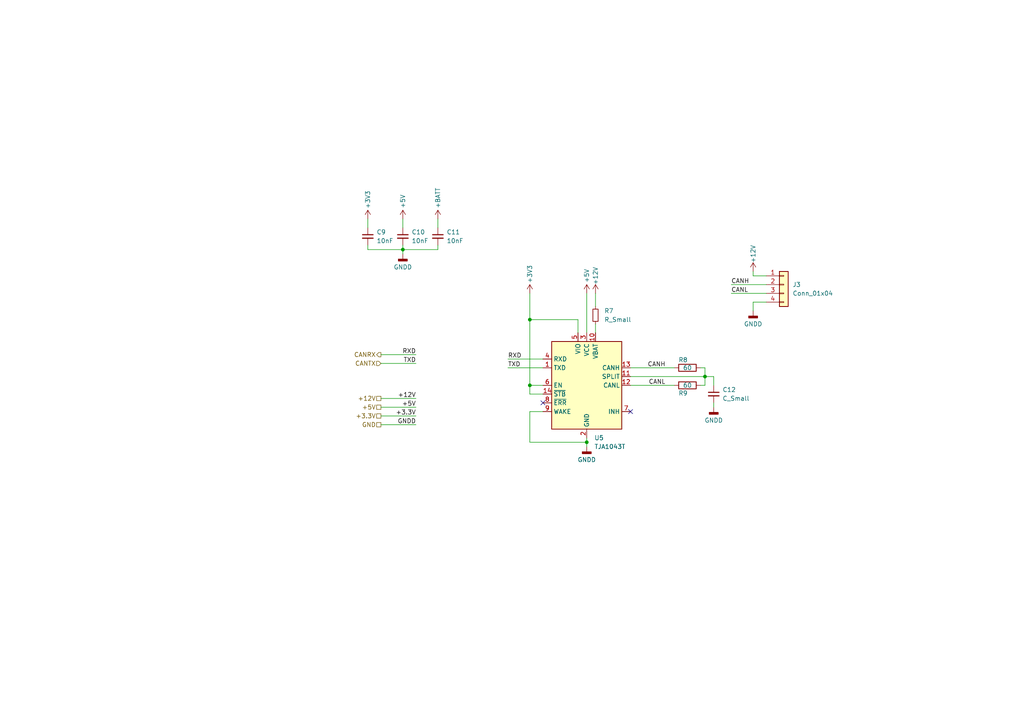
<source format=kicad_sch>
(kicad_sch (version 20231120) (generator "eeschema") (generator_version "8.0")
  (paper "A4")
  (lib_symbols
    (symbol "Connector_Generic:Conn_01x04" (pin_names (offset 1.016) hide)
      (property "Reference" "J" (at 0 5.08 0))
      (property "Value" "Conn_01x04" (at 0 -7.62 0))
      (symbol "Conn_01x04_1_1"
        (rectangle (start -1.27 -4.953) (end 0 -5.207) (stroke (width 0.1524)))
        (rectangle (start -1.27 -2.413) (end 0 -2.667) (stroke (width 0.1524)))
        (rectangle (start -1.27 0.127) (end 0 -0.127) (stroke (width 0.1524)))
        (rectangle (start -1.27 2.667) (end 0 2.413) (stroke (width 0.1524)))
        (rectangle (start -1.27 3.81) (end 1.27 -6.35) (stroke (width 0.254)) (fill (type background)))
        (pin passive line (at -5.08 2.54 0) (length 3.81) (name "Pin_1") (number "1"))
        (pin passive line (at -5.08 0 0) (length 3.81) (name "Pin_2") (number "2"))
        (pin passive line (at -5.08 -2.54 0) (length 3.81) (name "Pin_3") (number "3"))
        (pin passive line (at -5.08 -5.08 0) (length 3.81) (name "Pin_4") (number "4"))
      )
    )
    (symbol "Device:C_Small" (pin_numbers hide) (pin_names (offset 0.254) hide)
      (property "Reference" "C" (at 0.254 1.778 0))
      (property "Value" "C_Small" (at 0.254 -2.032 0))
      (symbol "C_Small_0_1"
        (polyline (pts (xy -1.524 -0.508) (xy 1.524 -0.508)) (stroke (width 0.3302)))
        (polyline (pts (xy -1.524 0.508) (xy 1.524 0.508)) (stroke (width 0.3048)))
      )
      (symbol "C_Small_1_1"
        (pin passive line (at 0 2.54 270) (length 2.032) (name "~") (number "1"))
        (pin passive line (at 0 -2.54 90) (length 2.032) (name "~") (number "2"))
      )
    )
    (symbol "Device:R" (pin_numbers hide) (pin_names (offset 0))
      (property "Reference" "R" (at 2.032 0 90))
      (property "Value" "R" (at 0 0 90))
      (symbol "R_0_1"
        (rectangle (start -1.016 -2.54) (end 1.016 2.54) (stroke (width 0.254)))
      )
      (symbol "R_1_1"
        (pin passive line (at 0 3.81 270) (length 1.27) (name "~") (number "1"))
        (pin passive line (at 0 -3.81 90) (length 1.27) (name "~") (number "2"))
      )
    )
    (symbol "Device:R_Small" (pin_numbers hide) (pin_names (offset 0.254) hide)
      (property "Reference" "R" (at 0.762 0.508 0))
      (property "Value" "R_Small" (at 0.762 -1.016 0))
      (symbol "R_Small_0_1"
        (rectangle (start -0.762 1.778) (end 0.762 -1.778) (stroke (width 0.2032)))
      )
      (symbol "R_Small_1_1"
        (pin passive line (at 0 2.54 270) (length 0.762) (name "~") (number "1"))
        (pin passive line (at 0 -2.54 90) (length 0.762) (name "~") (number "2"))
      )
    )
    (symbol "Interface_CAN_LIN:TJA1043T"
      (property "Reference" "U" (at -10.16 13.97 0))
      (property "Value" "TJA1043T" (at 3.81 13.97 0))
      (symbol "TJA1043T_0_1"
        (rectangle (start -10.16 12.7) (end 10.16 -12.7) (stroke (width 0.254)) (fill (type background)))
      )
      (symbol "TJA1043T_1_1"
        (pin input line (at -12.7 5.08 0) (length 2.54) (name "TXD") (number "1"))
        (pin power_in line (at 2.54 15.24 270) (length 2.54) (name "VBAT") (number "10"))
        (pin output line (at 12.7 2.54 180) (length 2.54) (name "SPLIT") (number "11"))
        (pin bidirectional line (at 12.7 0 180) (length 2.54) (name "CANL") (number "12"))
        (pin bidirectional line (at 12.7 5.08 180) (length 2.54) (name "CANH") (number "13"))
        (pin input line (at -12.7 -2.54 0) (length 2.54) (name "~{STB}") (number "14"))
        (pin power_in line (at 0 -15.24 90) (length 2.54) (name "GND") (number "2"))
        (pin power_in line (at 0 15.24 270) (length 2.54) (name "VCC") (number "3"))
        (pin output line (at -12.7 7.62 0) (length 2.54) (name "RXD") (number "4"))
        (pin power_in line (at -2.54 15.24 270) (length 2.54) (name "VIO") (number "5"))
        (pin input line (at -12.7 0 0) (length 2.54) (name "EN") (number "6"))
        (pin open_emitter line (at 12.7 -7.62 180) (length 2.54) (name "INH") (number "7"))
        (pin output line (at -12.7 -5.08 0) (length 2.54) (name "~{ERR}") (number "8"))
        (pin input line (at -12.7 -7.62 0) (length 2.54) (name "WAKE") (number "9"))
      )
    )
    (symbol "power:+12V" (power) (pin_names (offset 0))
      (property "Value" "+12V" (at 0 3.556 0))
      (symbol "+12V_0_1"
        (polyline (pts (xy -0.762 1.27) (xy 0 2.54)))
        (polyline (pts (xy 0 0) (xy 0 2.54)))
        (polyline (pts (xy 0 2.54) (xy 0.762 1.27)))
      )
      (symbol "+12V_1_1"
        (pin power_in line (at 0 0 90) (length 0) hide (name "+12V") (number "1"))
      )
    )
    (symbol "power:+3V3" (power) (pin_names (offset 0))
      (property "Value" "+3V3" (at 0 3.556 0))
      (symbol "+3V3_0_1"
        (polyline (pts (xy -0.762 1.27) (xy 0 2.54)))
        (polyline (pts (xy 0 0) (xy 0 2.54)))
        (polyline (pts (xy 0 2.54) (xy 0.762 1.27)))
      )
      (symbol "+3V3_1_1"
        (pin power_in line (at 0 0 90) (length 0) hide (name "+3V3") (number "1"))
      )
    )
    (symbol "power:+5V" (power) (pin_names (offset 0))
      (property "Value" "+5V" (at 0 3.556 0))
      (symbol "+5V_0_1"
        (polyline (pts (xy -0.762 1.27) (xy 0 2.54)))
        (polyline (pts (xy 0 0) (xy 0 2.54)))
        (polyline (pts (xy 0 2.54) (xy 0.762 1.27)))
      )
      (symbol "+5V_1_1"
        (pin power_in line (at 0 0 90) (length 0) hide (name "+5V") (number "1"))
      )
    )
    (symbol "power:+BATT" (power) (pin_names (offset 0))
      (property "Value" "+BATT" (at 0 3.556 0))
      (symbol "+BATT_0_1"
        (polyline (pts (xy -0.762 1.27) (xy 0 2.54)))
        (polyline (pts (xy 0 0) (xy 0 2.54)))
        (polyline (pts (xy 0 2.54) (xy 0.762 1.27)))
      )
      (symbol "+BATT_1_1"
        (pin power_in line (at 0 0 90) (length 0) hide (name "+BATT") (number "1"))
      )
    )
    (symbol "power:GNDD" (power) (pin_names (offset 0))
      (property "Value" "GNDD" (at 0 -3.175 0))
      (symbol "GNDD_0_1"
        (rectangle (start -1.27 -1.524) (end 1.27 -2.032) (stroke (width 0.254)) (fill (type outline)))
        (polyline (pts (xy 0 0) (xy 0 -1.524)))
      )
      (symbol "GNDD_1_1"
        (pin power_in line (at 0 0 270) (length 0) hide (name "GNDD") (number "1"))
      )
    )
  )
  (junction (at 204.47 109.22))
  (junction (at 153.67 92.71))
  (junction (at 153.67 111.76))
  (junction (at 170.18 128.27))
  (junction (at 116.84 72.39))
  (no_connect (at 182.88 119.38))
  (no_connect (at 157.48 116.84))
  (wire (pts (xy 110.49 120.65) (xy 120.65 120.65)))
  (wire (pts (xy 153.67 92.71) (xy 167.64 92.71)))
  (wire (pts (xy 204.47 109.22) (xy 207.01 109.22)))
  (wire (pts (xy 127 71.12) (xy 127 72.39)))
  (wire (pts (xy 106.68 63.5) (xy 106.68 66.04)))
  (wire (pts (xy 172.72 85.09) (xy 172.72 88.9)))
  (wire (pts (xy 170.18 85.09) (xy 170.18 96.52)))
  (wire (pts (xy 204.47 111.76) (xy 203.2 111.76)))
  (wire (pts (xy 153.67 111.76) (xy 157.48 111.76)))
  (wire (pts (xy 157.48 119.38) (xy 153.67 119.38)))
  (wire (pts (xy 182.88 109.22) (xy 204.47 109.22)))
  (wire (pts (xy 110.49 102.87) (xy 120.65 102.87)))
  (wire (pts (xy 204.47 109.22) (xy 204.47 111.76)))
  (wire (pts (xy 204.47 106.68) (xy 204.47 109.22)))
  (wire (pts (xy 106.68 72.39) (xy 116.84 72.39)))
  (wire (pts (xy 212.09 85.09) (xy 222.25 85.09)))
  (wire (pts (xy 106.68 71.12) (xy 106.68 72.39)))
  (wire (pts (xy 110.49 123.19) (xy 120.65 123.19)))
  (wire (pts (xy 207.01 111.76) (xy 207.01 109.22)))
  (wire (pts (xy 153.67 119.38) (xy 153.67 128.27)))
  (wire (pts (xy 170.18 127) (xy 170.18 128.27)))
  (wire (pts (xy 157.48 106.68) (xy 147.32 106.68)))
  (wire (pts (xy 157.48 104.14) (xy 147.32 104.14)))
  (wire (pts (xy 172.72 93.98) (xy 172.72 96.52)))
  (wire (pts (xy 170.18 128.27) (xy 170.18 129.54)))
  (wire (pts (xy 110.49 118.11) (xy 120.65 118.11)))
  (wire (pts (xy 182.88 106.68) (xy 195.58 106.68)))
  (wire (pts (xy 218.44 78.74) (xy 218.44 80.01)))
  (wire (pts (xy 207.01 116.84) (xy 207.01 118.11)))
  (wire (pts (xy 167.64 92.71) (xy 167.64 96.52)))
  (wire (pts (xy 110.49 105.41) (xy 120.65 105.41)))
  (wire (pts (xy 127 63.5) (xy 127 66.04)))
  (wire (pts (xy 116.84 71.12) (xy 116.84 72.39)))
  (wire (pts (xy 182.88 111.76) (xy 195.58 111.76)))
  (wire (pts (xy 116.84 63.5) (xy 116.84 66.04)))
  (wire (pts (xy 153.67 111.76) (xy 153.67 114.3)))
  (wire (pts (xy 116.84 72.39) (xy 116.84 73.66)))
  (wire (pts (xy 212.09 82.55) (xy 222.25 82.55)))
  (wire (pts (xy 110.49 115.57) (xy 120.65 115.57)))
  (wire (pts (xy 218.44 90.17) (xy 218.44 87.63)))
  (wire (pts (xy 153.67 114.3) (xy 157.48 114.3)))
  (wire (pts (xy 127 72.39) (xy 116.84 72.39)))
  (wire (pts (xy 204.47 106.68) (xy 203.2 106.68)))
  (wire (pts (xy 218.44 80.01) (xy 222.25 80.01)))
  (wire (pts (xy 153.67 92.71) (xy 153.67 111.76)))
  (wire (pts (xy 218.44 87.63) (xy 222.25 87.63)))
  (wire (pts (xy 153.67 85.09) (xy 153.67 92.71)))
  (wire (pts (xy 153.67 128.27) (xy 170.18 128.27)))
  (label "+5V" (at 120.65 118.11 180))
  (label "+3.3V" (at 120.65 120.65 180))
  (label "TXD" (at 120.65 105.41 180))
  (label "GNDD" (at 120.65 123.19 180))
  (label "CANH" (at 193.04 106.68 180))
  (label "CANH" (at 212.09 82.55 0))
  (label "+12V" (at 120.65 115.57 180))
  (label "RXD" (at 147.32 104.14 0))
  (label "RXD" (at 120.65 102.87 180))
  (label "CANL" (at 193.04 111.76 180))
  (label "TXD" (at 147.32 106.68 0))
  (label "CANL" (at 212.09 85.09 0))
  (hierarchical_label "CANRX" (shape output) (at 110.49 102.87 180))
  (hierarchical_label "+3.3V" (shape passive) (at 110.49 120.65 180))
  (hierarchical_label "GND" (shape passive) (at 110.49 123.19 180))
  (hierarchical_label "+12V" (shape passive) (at 110.49 115.57 180))
  (hierarchical_label "CANTX" (shape input) (at 110.49 105.41 180))
  (hierarchical_label "+5V" (shape passive) (at 110.49 118.11 180))
  (symbol (lib_id "Device:C_Small") (at 127 68.58 0) (unit 1)
    (property "Reference" "C11" (at 129.54 67.3162 0) (effects (justify left)))
    (property "Value" "10nF" (at 129.54 69.8562 0) (effects (justify left)))
    (property "Footprint" "Capacitor_SMD:C_0805_2012Metric" (effects (hide yes)))
    (property "Description" "Unpolarized capacitor, small symbol" (effects (hide yes)))
  )
  (symbol (lib_id "power:+3V3") (at 106.68 63.5 0) (unit 1)
    (property "Reference" "#PWR010" (effects (hide yes)))
    (property "Value" "+3V3" (at 106.68 57.912 90))
    (property "Description" "Power symbol creates a global label with name \"+3V3\"" (effects (hide yes)))
  )
  (symbol (lib_id "power:+3V3") (at 153.67 85.09 0) (unit 1)
    (property "Reference" "#PWR032" (effects (hide yes)))
    (property "Value" "+3V3" (at 153.67 79.502 90))
    (property "Description" "Power symbol creates a global label with name \"+3V3\"" (effects (hide yes)))
  )
  (symbol (lib_id "power:GNDD") (at 218.44 90.17 0) (unit 1)
    (property "Reference" "#PWR038" (effects (hide yes)))
    (property "Value" "GNDD" (at 218.44 93.98 0))
    (property "Description" "Power symbol creates a global label with name \"GNDD\" , digital ground" (effects (hide yes)))
  )
  (symbol (lib_id "power:GNDD") (at 170.18 129.54 0) (unit 1)
    (property "Reference" "#PWR034" (effects (hide yes)))
    (property "Value" "GNDD" (at 170.18 133.35 0))
    (property "Description" "Power symbol creates a global label with name \"GNDD\" , digital ground" (effects (hide yes)))
  )
  (symbol (lib_id "power:GNDD") (at 116.84 73.66 0) (unit 1)
    (property "Reference" "#PWR030" (effects (hide yes)))
    (property "Value" "GNDD" (at 116.84 77.47 0))
    (property "Description" "Power symbol creates a global label with name \"GNDD\" , digital ground" (effects (hide yes)))
  )
  (symbol (lib_id "Connector_Generic:Conn_01x04") (at 227.33 82.55 0) (unit 1)
    (property "Reference" "J3" (at 229.87 82.5499 0) (effects (justify left)))
    (property "Value" "Conn_01x04" (at 229.87 85.0899 0) (effects (justify left)))
    (property "Footprint" "Connector_JST:JST_GH_SM04B-GHS-TB_1x04-1MP_P1.25mm_Horizontal" (effects (hide yes)))
    (property "Description" "Generic connector, single row, 01x04, script generated (kicad-library-utils/schlib/autogen/connector/)" (effects (hide yes)))
  )
  (symbol (lib_id "power:+5V") (at 116.84 63.5 0) (unit 1)
    (property "Reference" "#PWR029" (effects (hide yes)))
    (property "Value" "+5V" (at 116.84 60.452 90) (effects (justify left)))
    (property "Description" "Power symbol creates a global label with name \"+5V\"" (effects (hide yes)))
  )
  (symbol (lib_id "power:+12V") (at 172.72 85.09 0) (unit 1)
    (property "Reference" "#PWR035" (effects (hide yes)))
    (property "Value" "+12V" (at 172.72 80.01 90))
    (property "Description" "Power symbol creates a global label with name \"+12V\"" (effects (hide yes)))
  )
  (symbol (lib_id "Device:C_Small") (at 116.84 68.58 0) (unit 1)
    (property "Reference" "C10" (at 119.38 67.3162 0) (effects (justify left)))
    (property "Value" "10nF" (at 119.38 69.8562 0) (effects (justify left)))
    (property "Footprint" "Capacitor_SMD:C_0805_2012Metric" (effects (hide yes)))
    (property "Description" "Unpolarized capacitor, small symbol" (effects (hide yes)))
  )
  (symbol (lib_id "power:+5V") (at 170.18 85.09 0) (unit 1)
    (property "Reference" "#PWR033" (effects (hide yes)))
    (property "Value" "+5V" (at 170.18 82.042 90) (effects (justify left)))
    (property "Description" "Power symbol creates a global label with name \"+5V\"" (effects (hide yes)))
  )
  (symbol (lib_id "Device:R") (at 199.39 106.68 90) (unit 1)
    (property "Reference" "R8" (at 198.12 104.394 90))
    (property "Value" "60" (at 199.39 106.68 90))
    (property "Footprint" "Resistor_SMD:R_0805_2012Metric" (effects (hide yes)))
    (property "Description" "Resistor" (effects (hide yes)))
  )
  (symbol (lib_id "Device:R") (at 199.39 111.76 90) (mirror x) (unit 1)
    (property "Reference" "R9" (at 198.12 114.046 90))
    (property "Value" "60" (at 199.39 111.76 90))
    (property "Footprint" "Resistor_SMD:R_0805_2012Metric" (effects (hide yes)))
    (property "Description" "Resistor" (effects (hide yes)))
  )
  (symbol (lib_id "Device:C_Small") (at 207.01 114.3 0) (unit 1)
    (property "Reference" "C12" (at 209.55 113.0362 0) (effects (justify left)))
    (property "Value" "C_Small" (at 209.55 115.5762 0) (effects (justify left)))
    (property "Footprint" "Capacitor_SMD:C_0805_2012Metric" (effects (hide yes)))
    (property "Description" "Unpolarized capacitor, small symbol" (effects (hide yes)))
  )
  (symbol (lib_id "power:+BATT") (at 127 63.5 0) (unit 1)
    (property "Reference" "#PWR031" (effects (hide yes)))
    (property "Value" "+BATT" (at 127 60.452 90) (effects (justify left)))
    (property "Description" "Power symbol creates a global label with name \"+BATT\"" (effects (hide yes)))
  )
  (symbol (lib_id "Device:R_Small") (at 172.72 91.44 0) (unit 1)
    (property "Reference" "R7" (at 175.26 90.1699 0) (effects (justify left)))
    (property "Value" "R_Small" (at 175.26 92.7099 0) (effects (justify left)))
    (property "Footprint" "Resistor_SMD:R_0805_2012Metric" (effects (hide yes)))
    (property "Description" "Resistor, small symbol" (effects (hide yes)))
  )
  (symbol (lib_id "power:GNDD") (at 207.01 118.11 0) (unit 1)
    (property "Reference" "#PWR036" (effects (hide yes)))
    (property "Value" "GNDD" (at 207.01 121.92 0))
    (property "Description" "Power symbol creates a global label with name \"GNDD\" , digital ground" (effects (hide yes)))
  )
  (symbol (lib_id "Interface_CAN_LIN:TJA1043T") (at 170.18 111.76 0) (unit 1)
    (property "Reference" "U5" (at 172.3741 127 0) (effects (justify left)))
    (property "Value" "TJA1043T" (at 172.3741 129.54 0) (effects (justify left)))
    (property "Footprint" "Package_SO:SOIC-14_3.9x8.7mm_P1.27mm" (effects (hide yes)))
    (property "Datasheet" "https://www.nxp.com/docs/en/data-sheet/TJA1043.pdf" (effects (hide yes)))
    (property "Description" "High-speed CAN-FD Transceiver with Sleep Mode, SOIC-14" (effects (hide yes)))
  )
  (symbol (lib_id "Device:C_Small") (at 106.68 68.58 0) (unit 1)
    (property "Reference" "C9" (at 109.22 67.3162 0) (effects (justify left)))
    (property "Value" "10nF" (at 109.22 69.8562 0) (effects (justify left)))
    (property "Footprint" "Capacitor_SMD:C_0805_2012Metric" (effects (hide yes)))
    (property "Description" "Unpolarized capacitor, small symbol" (effects (hide yes)))
  )
  (symbol (lib_id "power:+12V") (at 218.44 78.74 0) (unit 1)
    (property "Reference" "#PWR037" (effects (hide yes)))
    (property "Value" "+12V" (at 218.44 73.66 90))
    (property "Description" "Power symbol creates a global label with name \"+12V\"" (effects (hide yes)))
  )
)
</source>
